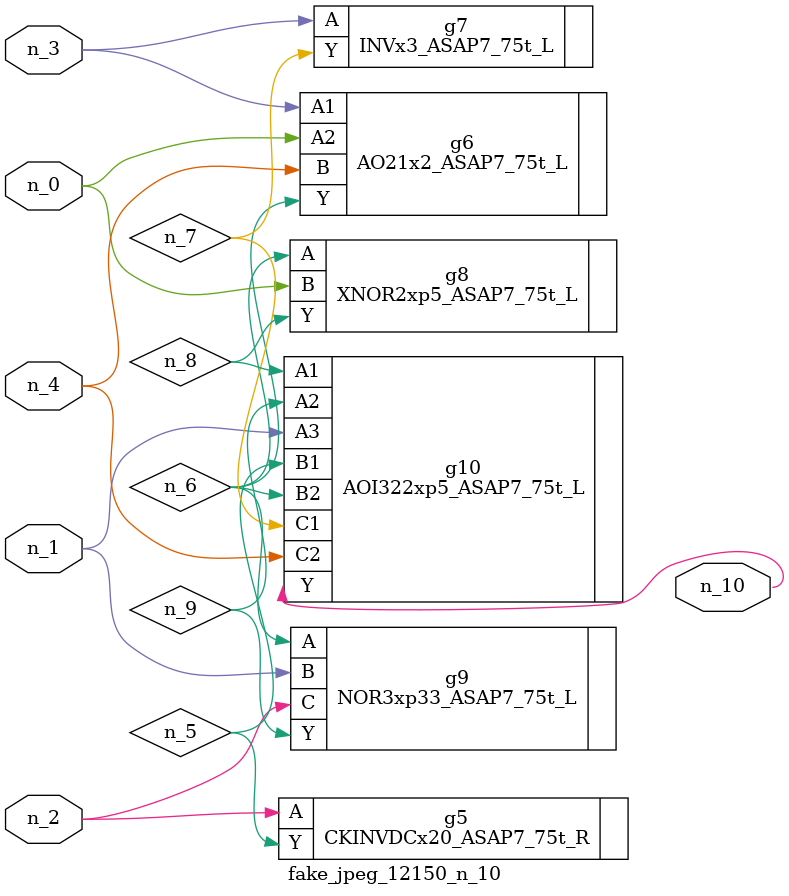
<source format=v>
module fake_jpeg_12150_n_10 (n_3, n_2, n_1, n_0, n_4, n_10);

input n_3;
input n_2;
input n_1;
input n_0;
input n_4;

output n_10;

wire n_8;
wire n_9;
wire n_6;
wire n_5;
wire n_7;

CKINVDCx20_ASAP7_75t_R g5 ( 
.A(n_2),
.Y(n_5)
);

AO21x2_ASAP7_75t_L g6 ( 
.A1(n_3),
.A2(n_0),
.B(n_4),
.Y(n_6)
);

INVx3_ASAP7_75t_L g7 ( 
.A(n_3),
.Y(n_7)
);

XNOR2xp5_ASAP7_75t_L g8 ( 
.A(n_6),
.B(n_0),
.Y(n_8)
);

AOI322xp5_ASAP7_75t_L g10 ( 
.A1(n_8),
.A2(n_9),
.A3(n_1),
.B1(n_5),
.B2(n_6),
.C1(n_7),
.C2(n_4),
.Y(n_10)
);

NOR3xp33_ASAP7_75t_L g9 ( 
.A(n_6),
.B(n_1),
.C(n_2),
.Y(n_9)
);


endmodule
</source>
